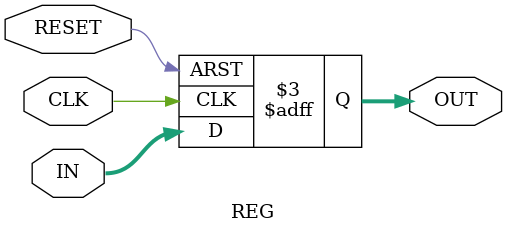
<source format=v>
module REG #(parameter n = 128)(CLK, RESET, IN, OUT);
  input wire [n-1:0] IN;
  input wire CLK, RESET;
  output reg [n-1:0] OUT;
  always @(posedge CLK or negedge RESET)begin
    if (!RESET) OUT = 0;
    else OUT <= IN;
  end
endmodule
</source>
